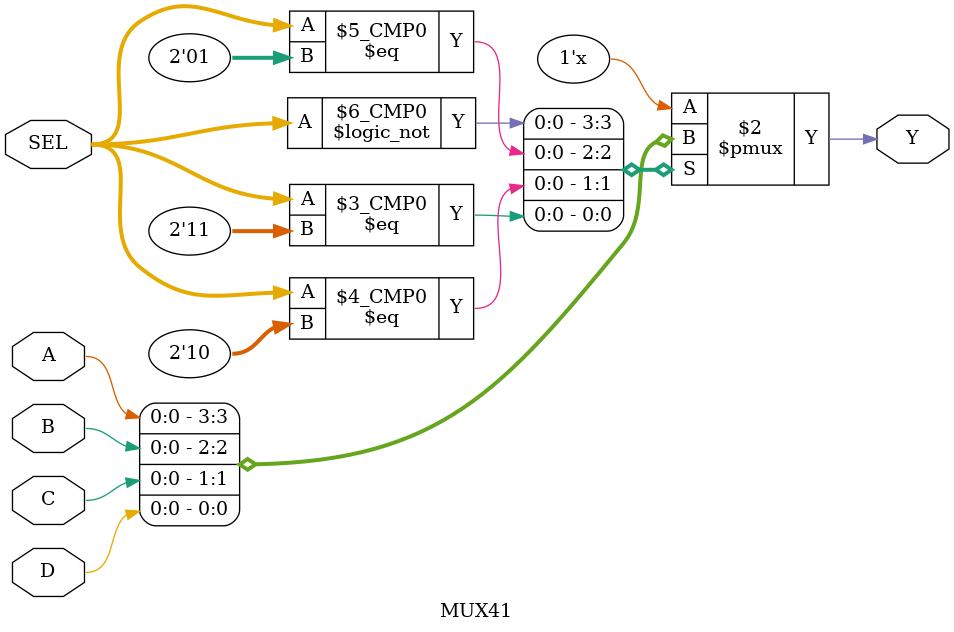
<source format=v>

module INV(in1, out1);
      output reg out1;
       input in1;
always@(*)
begin 
out1 = ~in1;
end

endmodule

////////////////////////////////////////////// AND2
module AND2(A,B,Y);
      output reg Y;
       input A,B;
     
always@(*)
begin 
Y=A&B;
end

endmodule

////////////////////////////////////////////// AND3
module AND3(A,B,C,Y);
      output reg Y;
       input A,B,C;
     
always@(*)
begin 
Y=A&B&C;
end

endmodule

////////////////////////////////////////////// AND4
module AND4(A,B,C,D,Y);
      output reg Y;
       input A,B,C,D;
     
always@(*)
begin 
Y=A&B&C&D;
end

endmodule


////////////////////////////////////////////// OR2
module OR2(A,B,Y);
      output reg Y;
       input A,B;

always@(*)
begin 
Y=A|B;
end

endmodule

////////////////////////////////////////////// OR3
module OR3(A,B,C,Y);
      output reg Y;
       input A,B,C;

always@(*)
begin 
Y=A|B|C;
end

endmodule

////////////////////////////////////////////// OR4
module OR4(A,B,C,D,Y);
      output reg Y;
       input A,B,C,D;

always@(*)
begin 
Y=A|B|C|D;
end

endmodule

////////////////////////////////////////////// NAND2
module NAND2(A,B,Y);
      output reg Y;
       input A,B;
     
always@(*)
begin 
Y=~(A&B);
end

endmodule

////////////////////////////////////////////// NAND3
module NAND3(A,B,C,Y);
      output reg Y;
       input A,B,C;
     
always@(*)
begin 
Y=~(A&B&C);
end

endmodule

////////////////////////////////////////////// NAND4
module NAND4(A,B,C,D,Y);
      output reg Y;
       input A,B,C,D;
     
always@(*)
begin 
Y=~(A&B&C&D);
end

endmodule

////////////////////////////////////////////// NOR2

module NOR2(A,B,Y);
      output reg Y;
       input A,B;
     
always@(*)
begin 
Y=~(A|B);
end

endmodule

////////////////////////////////////////////// NOR3

module NOR3(A,B,C,Y);
      output reg Y;
       input A,B,C;
     
always@(*)
begin 
Y=~(A|B|C);
end

endmodule

////////////////////////////////////////////// NOR4

module NOR4(A,B,C,D,Y);
      output reg Y;
       input A,B,C,D;
     
always@(*)
begin 
Y=~(A|B|C|D);
end

endmodule

////////////////////////////////////////////// XOR2
module XOR2(A,B,Y);
      output reg Y;
       input A,B;
     
always@(*)
begin 
Y=(~A&B) | (A&~B);
end

endmodule

//////////////////////////////////////////////XNOR2
module XNOR2(A,B,Y);
      output reg Y;
       input A,B;
     
always@(*)
begin 
Y=(A&B) | (~A&~B);
end

endmodule

//////////////////////////////////////////////DFF, positive edge D flip flop, asynchronous positive reset

module DFF(Q,D,CLK,RESET);

output reg Q;
input D,CLK,RESET;

always@(posedge CLK or posedge RESET) 
begin
    if(RESET) Q<=1'b0;
    else Q<=D;
end

endmodule

//////////////////////////////////////////////MUX21
module MUX21(SEL,A,B,Y); //if SEL==1 Y=A, else Y=B
output reg Y;
input SEL,A,B;

always@(*) 
begin
    Y = (SEL)?A:B;
end
   
endmodule

//////////////////////////////////////////////MUX41
module MUX41(SEL,A,B,C,D,Y); //if SEL==00 Y=A, SEL==01 Y=B, SEL==10 Y=C, SEL==11 Y=D
output reg Y;
input [1:0] SEL;
input A,B,C,D;

always@(*) 
begin
    case(SEL)
    2'b00: Y=A;
    2'b01: Y=B;
    2'b10: Y=C;
    2'b11: Y=D;
    endcase
end
   
endmodule


</source>
